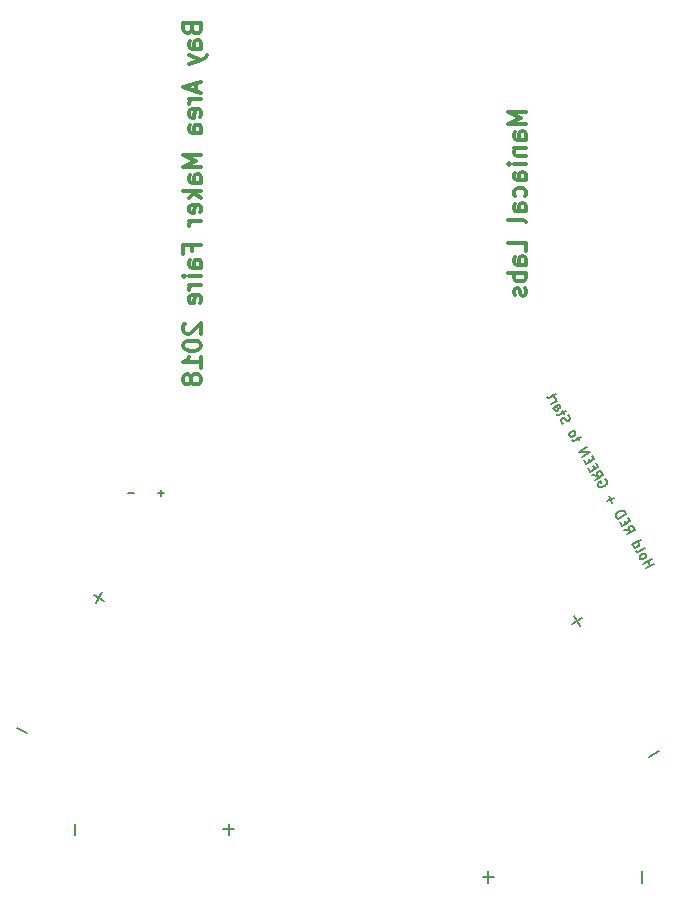
<source format=gbr>
G04 #@! TF.GenerationSoftware,KiCad,Pcbnew,(5.0.0-rc2-dev-393-gbaef22df9)*
G04 #@! TF.CreationDate,2018-04-11T16:40:45-04:00*
G04 #@! TF.ProjectId,BAMF_2018_Badge,42414D465F323031385F42616467652E,rev?*
G04 #@! TF.SameCoordinates,Original*
G04 #@! TF.FileFunction,Legend,Bot*
G04 #@! TF.FilePolarity,Positive*
%FSLAX46Y46*%
G04 Gerber Fmt 4.6, Leading zero omitted, Abs format (unit mm)*
G04 Created by KiCad (PCBNEW (5.0.0-rc2-dev-393-gbaef22df9)) date 04/11/18 16:40:45*
%MOMM*%
%LPD*%
G01*
G04 APERTURE LIST*
%ADD10C,0.200000*%
%ADD11C,0.300000*%
%ADD12C,0.150000*%
G04 APERTURE END LIST*
D10*
X24348486Y-11889582D02*
X25041306Y-11489582D01*
X24711391Y-11680059D02*
X24482820Y-11284161D01*
X24119914Y-11493685D02*
X24812734Y-11093685D01*
X23872295Y-11064796D02*
X23943382Y-11111732D01*
X23995421Y-11125675D01*
X24080451Y-11120572D01*
X24278400Y-11006286D01*
X24325335Y-10935199D01*
X24339279Y-10883160D01*
X24334175Y-10798130D01*
X24277032Y-10699155D01*
X24205946Y-10652220D01*
X24153907Y-10638276D01*
X24068876Y-10643380D01*
X23870928Y-10757666D01*
X23823992Y-10828752D01*
X23810048Y-10880791D01*
X23815152Y-10965822D01*
X23872295Y-11064796D01*
X23510390Y-10437959D02*
X23581477Y-10484894D01*
X23666507Y-10479790D01*
X24260353Y-10136933D01*
X23186581Y-9877104D02*
X23879401Y-9477104D01*
X23219572Y-9858057D02*
X23224676Y-9943087D01*
X23300866Y-10075053D01*
X23371953Y-10121988D01*
X23423992Y-10135932D01*
X23509023Y-10130828D01*
X23706971Y-10016543D01*
X23753907Y-9945456D01*
X23767851Y-9893417D01*
X23762747Y-9808386D01*
X23686556Y-9676421D01*
X23615470Y-9629485D01*
X22462771Y-8623429D02*
X22926019Y-8663893D01*
X22691343Y-9019327D02*
X23384163Y-8619327D01*
X23231782Y-8355395D01*
X23160695Y-8308460D01*
X23108656Y-8294516D01*
X23023626Y-8299620D01*
X22924651Y-8356763D01*
X22877716Y-8427849D01*
X22863772Y-8479889D01*
X22868876Y-8564919D01*
X23021257Y-8828851D01*
X22654249Y-8116983D02*
X22520915Y-7886043D01*
X22100866Y-7996592D02*
X22291343Y-8326506D01*
X22984163Y-7926506D01*
X22793687Y-7596592D01*
X21929438Y-7699669D02*
X22622258Y-7299669D01*
X22527020Y-7134712D01*
X22436886Y-7054785D01*
X22332808Y-7026897D01*
X22247777Y-7032001D01*
X22096764Y-7075200D01*
X21997789Y-7132343D01*
X21884871Y-7241525D01*
X21837936Y-7312612D01*
X21810048Y-7416690D01*
X21834200Y-7534712D01*
X21929438Y-7699669D01*
X21488608Y-6326605D02*
X21183846Y-5798742D01*
X21072295Y-6215054D02*
X21600158Y-5910292D01*
X20874981Y-4349487D02*
X20946068Y-4396422D01*
X21003211Y-4495396D01*
X21027362Y-4613418D01*
X20999474Y-4717496D01*
X20952539Y-4788583D01*
X20839621Y-4897765D01*
X20740647Y-4954908D01*
X20589633Y-4998107D01*
X20504603Y-5003211D01*
X20400525Y-4975323D01*
X20310390Y-4895396D01*
X20272295Y-4829413D01*
X20248144Y-4711391D01*
X20262087Y-4659352D01*
X20493028Y-4526019D01*
X20569218Y-4657985D01*
X19796105Y-4004627D02*
X20259352Y-4045091D01*
X20024676Y-4400525D02*
X20717496Y-4000525D01*
X20565115Y-3736593D01*
X20494029Y-3689658D01*
X20441990Y-3675714D01*
X20356959Y-3680818D01*
X20257985Y-3737961D01*
X20211050Y-3809047D01*
X20197106Y-3861086D01*
X20202210Y-3946117D01*
X20354590Y-4210048D01*
X19987582Y-3498180D02*
X19854249Y-3267240D01*
X19434200Y-3377790D02*
X19624676Y-3707704D01*
X20317496Y-3307704D01*
X20127020Y-2977790D01*
X19625677Y-2871343D02*
X19492344Y-2640403D01*
X19072295Y-2750952D02*
X19262771Y-3080867D01*
X19955592Y-2680867D01*
X19765115Y-2350952D01*
X18900866Y-2454029D02*
X19593687Y-2054029D01*
X18672295Y-2058132D01*
X19365115Y-1658132D01*
X18696080Y-1032662D02*
X18543699Y-768731D01*
X18869877Y-800355D02*
X18276031Y-1143212D01*
X18191001Y-1148315D01*
X18119914Y-1101380D01*
X18081819Y-1035397D01*
X17891343Y-705483D02*
X17962429Y-752418D01*
X18014468Y-766362D01*
X18099499Y-761258D01*
X18297448Y-646972D01*
X18344383Y-575886D01*
X18358327Y-523847D01*
X18353223Y-438816D01*
X18296080Y-339842D01*
X18224993Y-292907D01*
X18172954Y-278963D01*
X18087924Y-284067D01*
X17889975Y-398352D01*
X17843040Y-469439D01*
X17829096Y-521478D01*
X17834200Y-606509D01*
X17891343Y-705483D01*
X17333858Y336298D02*
X17243724Y416225D01*
X17148486Y581182D01*
X17143382Y666213D01*
X17157326Y718252D01*
X17204261Y789339D01*
X17270244Y827434D01*
X17355274Y832538D01*
X17407313Y818594D01*
X17478400Y771659D01*
X17587582Y658740D01*
X17658669Y611805D01*
X17710708Y597861D01*
X17795738Y602965D01*
X17861721Y641060D01*
X17908656Y712147D01*
X17922600Y764186D01*
X17917496Y849217D01*
X17822258Y1014174D01*
X17732124Y1094101D01*
X17419890Y1177764D02*
X17267509Y1441695D01*
X17593687Y1410071D02*
X16999841Y1067214D01*
X16914810Y1062110D01*
X16843724Y1109046D01*
X16805628Y1175028D01*
X16500866Y1702892D02*
X16863772Y1912415D01*
X16948803Y1917519D01*
X17019890Y1870584D01*
X17096080Y1738618D01*
X17101184Y1653588D01*
X16533858Y1721939D02*
X16538962Y1636909D01*
X16634200Y1471951D01*
X16705287Y1425016D01*
X16790317Y1430120D01*
X16856300Y1468215D01*
X16903235Y1539302D01*
X16898131Y1624332D01*
X16802893Y1789290D01*
X16797789Y1874320D01*
X16310390Y2032806D02*
X16772271Y2299473D01*
X16640305Y2223282D02*
X16687240Y2294369D01*
X16701184Y2346408D01*
X16696080Y2431438D01*
X16657985Y2497421D01*
X16581794Y2629387D02*
X16429413Y2893319D01*
X16755592Y2861695D02*
X16161746Y2518838D01*
X16076715Y2513734D01*
X16005628Y2560669D01*
X15967533Y2626652D01*
D11*
X14178571Y26750000D02*
X12678571Y26750000D01*
X13750000Y26250000D01*
X12678571Y25750000D01*
X14178571Y25750000D01*
X14178571Y24392857D02*
X13392857Y24392857D01*
X13250000Y24464285D01*
X13178571Y24607142D01*
X13178571Y24892857D01*
X13250000Y25035714D01*
X14107142Y24392857D02*
X14178571Y24535714D01*
X14178571Y24892857D01*
X14107142Y25035714D01*
X13964285Y25107142D01*
X13821428Y25107142D01*
X13678571Y25035714D01*
X13607142Y24892857D01*
X13607142Y24535714D01*
X13535714Y24392857D01*
X13178571Y23678571D02*
X14178571Y23678571D01*
X13321428Y23678571D02*
X13250000Y23607142D01*
X13178571Y23464285D01*
X13178571Y23250000D01*
X13250000Y23107142D01*
X13392857Y23035714D01*
X14178571Y23035714D01*
X14178571Y22321428D02*
X13178571Y22321428D01*
X12678571Y22321428D02*
X12750000Y22392857D01*
X12821428Y22321428D01*
X12750000Y22250000D01*
X12678571Y22321428D01*
X12821428Y22321428D01*
X14178571Y20964285D02*
X13392857Y20964285D01*
X13250000Y21035714D01*
X13178571Y21178571D01*
X13178571Y21464285D01*
X13250000Y21607142D01*
X14107142Y20964285D02*
X14178571Y21107142D01*
X14178571Y21464285D01*
X14107142Y21607142D01*
X13964285Y21678571D01*
X13821428Y21678571D01*
X13678571Y21607142D01*
X13607142Y21464285D01*
X13607142Y21107142D01*
X13535714Y20964285D01*
X14107142Y19607142D02*
X14178571Y19750000D01*
X14178571Y20035714D01*
X14107142Y20178571D01*
X14035714Y20250000D01*
X13892857Y20321428D01*
X13464285Y20321428D01*
X13321428Y20250000D01*
X13250000Y20178571D01*
X13178571Y20035714D01*
X13178571Y19750000D01*
X13250000Y19607142D01*
X14178571Y18321428D02*
X13392857Y18321428D01*
X13250000Y18392857D01*
X13178571Y18535714D01*
X13178571Y18821428D01*
X13250000Y18964285D01*
X14107142Y18321428D02*
X14178571Y18464285D01*
X14178571Y18821428D01*
X14107142Y18964285D01*
X13964285Y19035714D01*
X13821428Y19035714D01*
X13678571Y18964285D01*
X13607142Y18821428D01*
X13607142Y18464285D01*
X13535714Y18321428D01*
X14178571Y17392857D02*
X14107142Y17535714D01*
X13964285Y17607142D01*
X12678571Y17607142D01*
X14178571Y14964285D02*
X14178571Y15678571D01*
X12678571Y15678571D01*
X14178571Y13821428D02*
X13392857Y13821428D01*
X13250000Y13892857D01*
X13178571Y14035714D01*
X13178571Y14321428D01*
X13250000Y14464285D01*
X14107142Y13821428D02*
X14178571Y13964285D01*
X14178571Y14321428D01*
X14107142Y14464285D01*
X13964285Y14535714D01*
X13821428Y14535714D01*
X13678571Y14464285D01*
X13607142Y14321428D01*
X13607142Y13964285D01*
X13535714Y13821428D01*
X14178571Y13107142D02*
X12678571Y13107142D01*
X13250000Y13107142D02*
X13178571Y12964285D01*
X13178571Y12678571D01*
X13250000Y12535714D01*
X13321428Y12464285D01*
X13464285Y12392857D01*
X13892857Y12392857D01*
X14035714Y12464285D01*
X14107142Y12535714D01*
X14178571Y12678571D01*
X14178571Y12964285D01*
X14107142Y13107142D01*
X14107142Y11821428D02*
X14178571Y11678571D01*
X14178571Y11392857D01*
X14107142Y11250000D01*
X13964285Y11178571D01*
X13892857Y11178571D01*
X13750000Y11250000D01*
X13678571Y11392857D01*
X13678571Y11607142D01*
X13607142Y11750000D01*
X13464285Y11821428D01*
X13392857Y11821428D01*
X13250000Y11750000D01*
X13178571Y11607142D01*
X13178571Y11392857D01*
X13250000Y11250000D01*
X-14107142Y33750000D02*
X-14035714Y33535714D01*
X-13964285Y33464285D01*
X-13821428Y33392857D01*
X-13607142Y33392857D01*
X-13464285Y33464285D01*
X-13392857Y33535714D01*
X-13321428Y33678571D01*
X-13321428Y34250000D01*
X-14821428Y34250000D01*
X-14821428Y33750000D01*
X-14750000Y33607142D01*
X-14678571Y33535714D01*
X-14535714Y33464285D01*
X-14392857Y33464285D01*
X-14250000Y33535714D01*
X-14178571Y33607142D01*
X-14107142Y33750000D01*
X-14107142Y34250000D01*
X-13321428Y32107142D02*
X-14107142Y32107142D01*
X-14250000Y32178571D01*
X-14321428Y32321428D01*
X-14321428Y32607142D01*
X-14250000Y32750000D01*
X-13392857Y32107142D02*
X-13321428Y32250000D01*
X-13321428Y32607142D01*
X-13392857Y32750000D01*
X-13535714Y32821428D01*
X-13678571Y32821428D01*
X-13821428Y32750000D01*
X-13892857Y32607142D01*
X-13892857Y32250000D01*
X-13964285Y32107142D01*
X-14321428Y31535714D02*
X-13321428Y31178571D01*
X-14321428Y30821428D02*
X-13321428Y31178571D01*
X-12964285Y31321428D01*
X-12892857Y31392857D01*
X-12821428Y31535714D01*
X-13750000Y29178571D02*
X-13750000Y28464285D01*
X-13321428Y29321428D02*
X-14821428Y28821428D01*
X-13321428Y28321428D01*
X-13321428Y27821428D02*
X-14321428Y27821428D01*
X-14035714Y27821428D02*
X-14178571Y27750000D01*
X-14250000Y27678571D01*
X-14321428Y27535714D01*
X-14321428Y27392857D01*
X-13392857Y26321428D02*
X-13321428Y26464285D01*
X-13321428Y26750000D01*
X-13392857Y26892857D01*
X-13535714Y26964285D01*
X-14107142Y26964285D01*
X-14250000Y26892857D01*
X-14321428Y26750000D01*
X-14321428Y26464285D01*
X-14250000Y26321428D01*
X-14107142Y26250000D01*
X-13964285Y26250000D01*
X-13821428Y26964285D01*
X-13321428Y24964285D02*
X-14107142Y24964285D01*
X-14250000Y25035714D01*
X-14321428Y25178571D01*
X-14321428Y25464285D01*
X-14250000Y25607142D01*
X-13392857Y24964285D02*
X-13321428Y25107142D01*
X-13321428Y25464285D01*
X-13392857Y25607142D01*
X-13535714Y25678571D01*
X-13678571Y25678571D01*
X-13821428Y25607142D01*
X-13892857Y25464285D01*
X-13892857Y25107142D01*
X-13964285Y24964285D01*
X-13321428Y23107142D02*
X-14821428Y23107142D01*
X-13750000Y22607142D01*
X-14821428Y22107142D01*
X-13321428Y22107142D01*
X-13321428Y20750000D02*
X-14107142Y20750000D01*
X-14250000Y20821428D01*
X-14321428Y20964285D01*
X-14321428Y21250000D01*
X-14250000Y21392857D01*
X-13392857Y20750000D02*
X-13321428Y20892857D01*
X-13321428Y21250000D01*
X-13392857Y21392857D01*
X-13535714Y21464285D01*
X-13678571Y21464285D01*
X-13821428Y21392857D01*
X-13892857Y21250000D01*
X-13892857Y20892857D01*
X-13964285Y20750000D01*
X-13321428Y20035714D02*
X-14821428Y20035714D01*
X-13892857Y19892857D02*
X-13321428Y19464285D01*
X-14321428Y19464285D02*
X-13750000Y20035714D01*
X-13392857Y18250000D02*
X-13321428Y18392857D01*
X-13321428Y18678571D01*
X-13392857Y18821428D01*
X-13535714Y18892857D01*
X-14107142Y18892857D01*
X-14250000Y18821428D01*
X-14321428Y18678571D01*
X-14321428Y18392857D01*
X-14250000Y18250000D01*
X-14107142Y18178571D01*
X-13964285Y18178571D01*
X-13821428Y18892857D01*
X-13321428Y17535714D02*
X-14321428Y17535714D01*
X-14035714Y17535714D02*
X-14178571Y17464285D01*
X-14250000Y17392857D01*
X-14321428Y17250000D01*
X-14321428Y17107142D01*
X-14107142Y14964285D02*
X-14107142Y15464285D01*
X-13321428Y15464285D02*
X-14821428Y15464285D01*
X-14821428Y14750000D01*
X-13321428Y13535714D02*
X-14107142Y13535714D01*
X-14250000Y13607142D01*
X-14321428Y13750000D01*
X-14321428Y14035714D01*
X-14250000Y14178571D01*
X-13392857Y13535714D02*
X-13321428Y13678571D01*
X-13321428Y14035714D01*
X-13392857Y14178571D01*
X-13535714Y14250000D01*
X-13678571Y14250000D01*
X-13821428Y14178571D01*
X-13892857Y14035714D01*
X-13892857Y13678571D01*
X-13964285Y13535714D01*
X-13321428Y12821428D02*
X-14321428Y12821428D01*
X-14821428Y12821428D02*
X-14750000Y12892857D01*
X-14678571Y12821428D01*
X-14750000Y12750000D01*
X-14821428Y12821428D01*
X-14678571Y12821428D01*
X-13321428Y12107142D02*
X-14321428Y12107142D01*
X-14035714Y12107142D02*
X-14178571Y12035714D01*
X-14250000Y11964285D01*
X-14321428Y11821428D01*
X-14321428Y11678571D01*
X-13392857Y10607142D02*
X-13321428Y10750000D01*
X-13321428Y11035714D01*
X-13392857Y11178571D01*
X-13535714Y11250000D01*
X-14107142Y11250000D01*
X-14250000Y11178571D01*
X-14321428Y11035714D01*
X-14321428Y10750000D01*
X-14250000Y10607142D01*
X-14107142Y10535714D01*
X-13964285Y10535714D01*
X-13821428Y11250000D01*
X-14678571Y8821428D02*
X-14750000Y8750000D01*
X-14821428Y8607142D01*
X-14821428Y8250000D01*
X-14750000Y8107142D01*
X-14678571Y8035714D01*
X-14535714Y7964285D01*
X-14392857Y7964285D01*
X-14178571Y8035714D01*
X-13321428Y8892857D01*
X-13321428Y7964285D01*
X-14821428Y7035714D02*
X-14821428Y6892857D01*
X-14750000Y6750000D01*
X-14678571Y6678571D01*
X-14535714Y6607142D01*
X-14250000Y6535714D01*
X-13892857Y6535714D01*
X-13607142Y6607142D01*
X-13464285Y6678571D01*
X-13392857Y6750000D01*
X-13321428Y6892857D01*
X-13321428Y7035714D01*
X-13392857Y7178571D01*
X-13464285Y7250000D01*
X-13607142Y7321428D01*
X-13892857Y7392857D01*
X-14250000Y7392857D01*
X-14535714Y7321428D01*
X-14678571Y7250000D01*
X-14750000Y7178571D01*
X-14821428Y7035714D01*
X-13321428Y5107142D02*
X-13321428Y5964285D01*
X-13321428Y5535714D02*
X-14821428Y5535714D01*
X-14607142Y5678571D01*
X-14464285Y5821428D01*
X-14392857Y5964285D01*
X-14178571Y4250000D02*
X-14250000Y4392857D01*
X-14321428Y4464285D01*
X-14464285Y4535714D01*
X-14535714Y4535714D01*
X-14678571Y4464285D01*
X-14750000Y4392857D01*
X-14821428Y4250000D01*
X-14821428Y3964285D01*
X-14750000Y3821428D01*
X-14678571Y3750000D01*
X-14535714Y3678571D01*
X-14464285Y3678571D01*
X-14321428Y3750000D01*
X-14250000Y3821428D01*
X-14178571Y3964285D01*
X-14178571Y4250000D01*
X-14107142Y4392857D01*
X-14035714Y4464285D01*
X-13892857Y4535714D01*
X-13607142Y4535714D01*
X-13464285Y4464285D01*
X-13392857Y4392857D01*
X-13321428Y4250000D01*
X-13321428Y3964285D01*
X-13392857Y3821428D01*
X-13464285Y3750000D01*
X-13607142Y3678571D01*
X-13892857Y3678571D01*
X-14035714Y3750000D01*
X-14107142Y3821428D01*
X-14178571Y3964285D01*
D12*
X18767949Y-16803848D02*
X18267949Y-15937822D01*
X18950962Y-16120835D02*
X18084936Y-16620835D01*
X25450962Y-27379165D02*
X24584936Y-27879165D01*
X11500000Y-38000000D02*
X10500000Y-38000000D01*
X11000000Y-37500000D02*
X11000000Y-38500000D01*
X24000000Y-37500000D02*
X24000000Y-38500000D01*
X-11500000Y-34000000D02*
X-10500000Y-34000000D01*
X-11000000Y-34500000D02*
X-11000000Y-33500000D01*
X-24000000Y-34500000D02*
X-24000000Y-33500000D01*
X-22232051Y-14803848D02*
X-21732051Y-13937822D01*
X-21549038Y-14620835D02*
X-22415064Y-14120835D01*
X-28049038Y-25879165D02*
X-28915064Y-25379165D01*
X-19016000Y-5524000D02*
X-19524000Y-5524000D01*
X-16730000Y-5778000D02*
X-16730000Y-5270000D01*
X-16476000Y-5524000D02*
X-16984000Y-5524000D01*
M02*

</source>
